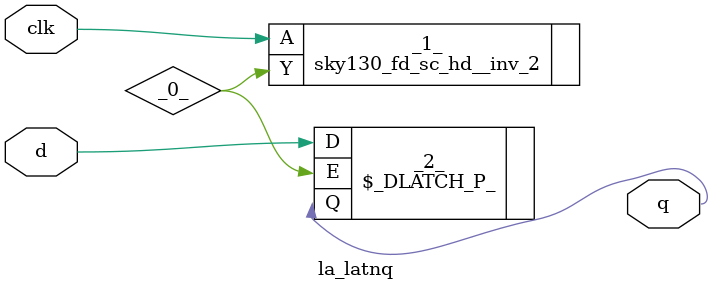
<source format=v>

module la_latnq(d, clk, q);
  wire _0_;
  input clk;
  input d;
  output q;
  sky130_fd_sc_hd__inv_2 _1_ (
    .A(clk),
    .Y(_0_)
  );
  \$_DLATCH_P_  _2_ (
    .D(d),
    .E(_0_),
    .Q(q)
  );
endmodule

</source>
